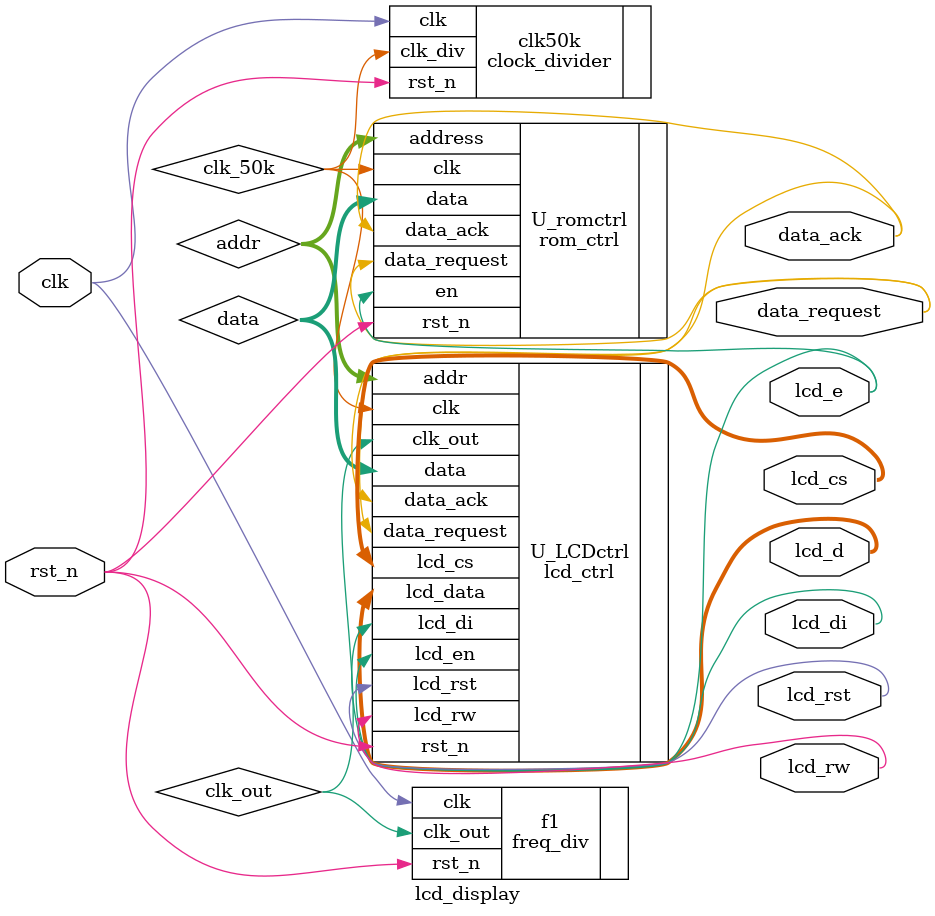
<source format=v>
`timescale 1ns / 1ps
module lcd_display(
  clk, // system clock
  rst_n, // active low reset
  data_request,
  data_ack,
  lcd_rst, // LCD reset
  lcd_cs, // LCD frame selection
  lcd_rw, // LCD read/write control
  lcd_di, // LCD data/instruction
  lcd_d, // LCD data
  lcd_e // LCD enable
);

input clk; // system clock
input rst_n; // active low reset
output lcd_rst; // LCD reset
output [1:0] lcd_cs; // LCD frame selection
output lcd_rw; // LCD read/write control
output lcd_di; // LCD data/instruction
output [7:0] lcd_d; // LCD data
output lcd_e; // LCD enable

wire clk_50k; // Divided 50k clock
//wire data_ack; //data re-arrangement buffer ready indicator
output data_ack; //data re-arrangement buffer ready indicator
wire [7:0] data; // byte data transfer from buffer
wire [6:0] addr; // Address for each picture
//wire data_request; // request for the memory data
output data_request; // request for the memory data
wire clk_out;

freq_div f1(
    .clk(clk),
    .rst_n(rst_n),
    .clk_out(clk_out)
    );


lcd_ctrl U_LCDctrl(
  .clk(clk_50k), // LCD controller clock
  .rst_n(rst_n), // active low reset
  .data_ack(data_ack), // data re-arrangement buffer ready indicator
  .data(data), // byte data transfer from buffer
  .clk_out(clk_out),
  .lcd_di(lcd_di), // LCD data/instruction 
  .lcd_rw(lcd_rw), // LCD Read/Write
  .lcd_en(lcd_e), // LCD enable
  .lcd_rst(lcd_rst), // LCD reset
  .lcd_cs(lcd_cs), // LCD frame select
  .lcd_data(lcd_d), // LCD data
  .addr(addr), // Address for each picture
  .data_request(data_request) // request for the memory data
);

rom_ctrl U_romctrl(
  .clk(clk_50k), // rom controller clock
  .rst_n(rst_n), // active low reset
  .en(lcd_e), // LCD enable
  .data_request(data_request), // request signal from LCD
  .address(addr), // requested address
  .data_ack(data_ack), // data ready acknowledge
  .data(data) // data to be transferred (byte)
);

clock_divider #(
    .half_cycle(400),
    .counter_width(9)
  ) clk50k (
    .rst_n(rst_n),
    .clk(clk),
    .clk_div(clk_50k)
  );

endmodule

</source>
